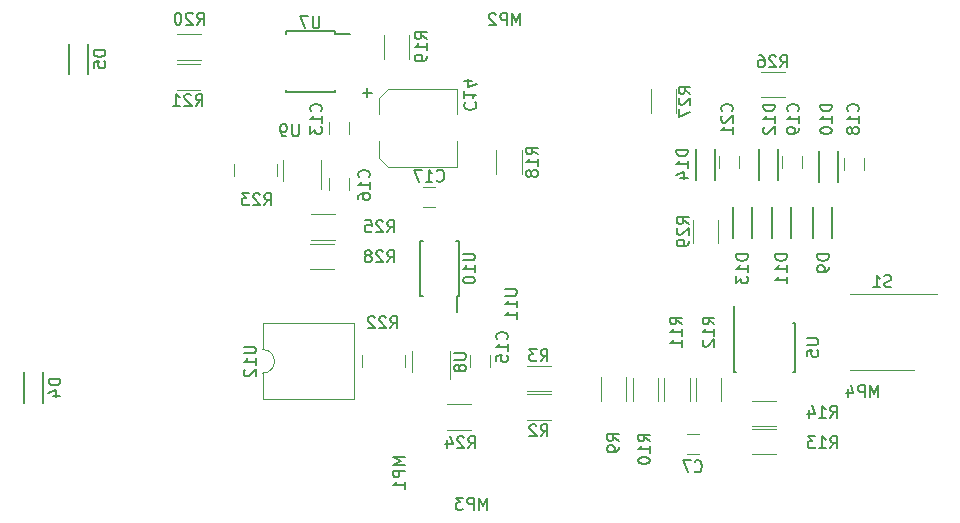
<source format=gbo>
G04 #@! TF.GenerationSoftware,KiCad,Pcbnew,(6.0.0-rc1-dev-159-g1e43773)*
G04 #@! TF.CreationDate,2018-07-25T22:10:03-05:00*
G04 #@! TF.ProjectId,bbb_alien_harness,6262625F616C69656E5F6861726E6573,rev?*
G04 #@! TF.SameCoordinates,Original*
G04 #@! TF.FileFunction,Legend,Bot*
G04 #@! TF.FilePolarity,Positive*
%FSLAX46Y46*%
G04 Gerber Fmt 4.6, Leading zero omitted, Abs format (unit mm)*
G04 Created by KiCad (PCBNEW (6.0.0-rc1-dev-159-g1e43773)) date Wed Jul 25 22:10:03 2018*
%MOMM*%
%LPD*%
G01*
G04 APERTURE LIST*
%ADD10C,0.120000*%
%ADD11C,0.150000*%
G04 APERTURE END LIST*
D10*
G04 #@! TO.C,R29*
X139120367Y-98790000D02*
X139120367Y-96790000D01*
X136980367Y-96790000D02*
X136980367Y-98790000D01*
G04 #@! TO.C,U9*
X102283323Y-93520443D02*
X102283323Y-91720443D01*
X105503323Y-91720443D02*
X105503323Y-94170443D01*
G04 #@! TO.C,R23*
X98156323Y-92120443D02*
X98156323Y-93120443D01*
X101756323Y-93120443D02*
X101756323Y-92120443D01*
G04 #@! TO.C,R27*
X135564367Y-87773000D02*
X135564367Y-85773000D01*
X133424367Y-85773000D02*
X133424367Y-87773000D01*
D11*
G04 #@! TO.C,D4*
X80354367Y-112298480D02*
X80354367Y-109697520D01*
X81954367Y-112298480D02*
X81954367Y-109697520D01*
G04 #@! TO.C,D5*
X85764367Y-84485480D02*
X85764367Y-81884520D01*
X84164367Y-84485480D02*
X84164367Y-81884520D01*
D10*
G04 #@! TO.C,R22*
X109020758Y-108274300D02*
X109020758Y-109274300D01*
X112620758Y-109274300D02*
X112620758Y-108274300D01*
D11*
G04 #@! TO.C,U5*
X140529167Y-105519400D02*
X140529167Y-104119400D01*
X145629167Y-105519400D02*
X145629167Y-109669400D01*
X140479167Y-105519400D02*
X140479167Y-109669400D01*
X145629167Y-105519400D02*
X145484167Y-105519400D01*
X145629167Y-109669400D02*
X145484167Y-109669400D01*
X140479167Y-109669400D02*
X140624167Y-109669400D01*
X140479167Y-105519400D02*
X140529167Y-105519400D01*
D10*
G04 #@! TO.C,R28*
X104614567Y-100968200D02*
X106614567Y-100968200D01*
X106614567Y-98828200D02*
X104614567Y-98828200D01*
G04 #@! TO.C,S1*
X155736367Y-109534000D02*
X150336367Y-109534000D01*
X157646367Y-103064000D02*
X150336367Y-103064000D01*
G04 #@! TO.C,C14*
X117017167Y-85701600D02*
X117017167Y-87881600D01*
X117017167Y-92301600D02*
X117017167Y-90121600D01*
X110417167Y-86461600D02*
X110417167Y-87881600D01*
X110417167Y-91541600D02*
X110417167Y-90121600D01*
X117017167Y-85701600D02*
X111177167Y-85701600D01*
X111177167Y-85701600D02*
X110417167Y-86461600D01*
X110417167Y-91541600D02*
X111177167Y-92301600D01*
X111177167Y-92301600D02*
X117017167Y-92301600D01*
G04 #@! TO.C,C7*
X136534367Y-114974000D02*
X137534367Y-114974000D01*
X137534367Y-116674000D02*
X136534367Y-116674000D01*
G04 #@! TO.C,C13*
X107912367Y-88527000D02*
X107912367Y-89527000D01*
X106212367Y-89527000D02*
X106212367Y-88527000D01*
G04 #@! TO.C,C21*
X140932367Y-91436658D02*
X140932367Y-92436658D01*
X139232367Y-92436658D02*
X139232367Y-91436658D01*
G04 #@! TO.C,C15*
X119799567Y-108288200D02*
X119799567Y-109288200D01*
X118099567Y-109288200D02*
X118099567Y-108288200D01*
G04 #@! TO.C,C16*
X107861567Y-93276800D02*
X107861567Y-94276800D01*
X106161567Y-94276800D02*
X106161567Y-93276800D01*
G04 #@! TO.C,C17*
X115182367Y-95719000D02*
X114182367Y-95719000D01*
X114182367Y-94019000D02*
X115182367Y-94019000D01*
G04 #@! TO.C,C18*
X151473367Y-91575000D02*
X151473367Y-92575000D01*
X149773367Y-92575000D02*
X149773367Y-91575000D01*
G04 #@! TO.C,C19*
X144566367Y-92428000D02*
X144566367Y-91428000D01*
X146266367Y-91428000D02*
X146266367Y-92428000D01*
G04 #@! TO.C,U12*
X100574800Y-112023200D02*
X100574800Y-109788200D01*
X108314800Y-112023200D02*
X100574800Y-112023200D01*
X108314800Y-105553200D02*
X108314800Y-112023200D01*
X100574800Y-105553200D02*
X108314800Y-105553200D01*
X100574800Y-107788200D02*
X100574800Y-105553200D01*
X100574800Y-109788200D02*
G75*
G03X100574800Y-107788200I0J1000000D01*
G01*
D11*
G04 #@! TO.C,U7*
X106697600Y-81064000D02*
X107997600Y-81064000D01*
X106697600Y-86014000D02*
X102547600Y-86014000D01*
X106697600Y-80864000D02*
X102547600Y-80864000D01*
X106697600Y-86014000D02*
X106697600Y-85814000D01*
X102547600Y-86014000D02*
X102547600Y-85814000D01*
X102547600Y-80864000D02*
X102547600Y-81064000D01*
X106697600Y-80864000D02*
X106697600Y-81064000D01*
G04 #@! TO.C,U10*
X117070967Y-103239200D02*
X117070967Y-104589200D01*
X113920967Y-103239200D02*
X113920967Y-98589200D01*
X117170967Y-103239200D02*
X117170967Y-98589200D01*
X113920967Y-103239200D02*
X114120967Y-103239200D01*
X113920967Y-98589200D02*
X114120967Y-98589200D01*
X117170967Y-98589200D02*
X116970967Y-98589200D01*
X117170967Y-103239200D02*
X117070967Y-103239200D01*
D10*
G04 #@! TO.C,R9*
X131373367Y-112125000D02*
X131373367Y-110125000D01*
X129233367Y-110125000D02*
X129233367Y-112125000D01*
G04 #@! TO.C,R3*
X124953367Y-109166000D02*
X122953367Y-109166000D01*
X122953367Y-111306000D02*
X124953367Y-111306000D01*
G04 #@! TO.C,R2*
X124953367Y-111579000D02*
X122953367Y-111579000D01*
X122953367Y-113719000D02*
X124953367Y-113719000D01*
G04 #@! TO.C,R11*
X136732767Y-112175800D02*
X136732767Y-110175800D01*
X134592767Y-110175800D02*
X134592767Y-112175800D01*
G04 #@! TO.C,R10*
X131900367Y-110175800D02*
X131900367Y-112175800D01*
X134040367Y-112175800D02*
X134040367Y-110175800D01*
G04 #@! TO.C,R25*
X106665367Y-96339000D02*
X104665367Y-96339000D01*
X104665367Y-98479000D02*
X106665367Y-98479000D01*
G04 #@! TO.C,R26*
X144765367Y-84274000D02*
X142765367Y-84274000D01*
X142765367Y-86414000D02*
X144765367Y-86414000D01*
G04 #@! TO.C,R24*
X118196967Y-112442600D02*
X116196967Y-112442600D01*
X116196967Y-114582600D02*
X118196967Y-114582600D01*
G04 #@! TO.C,R21*
X93303600Y-85779000D02*
X95303600Y-85779000D01*
X95303600Y-83639000D02*
X93303600Y-83639000D01*
G04 #@! TO.C,R20*
X95335600Y-81099000D02*
X93335600Y-81099000D01*
X93335600Y-83239000D02*
X95335600Y-83239000D01*
G04 #@! TO.C,R19*
X112958367Y-83169000D02*
X112958367Y-81169000D01*
X110818367Y-81169000D02*
X110818367Y-83169000D01*
G04 #@! TO.C,R18*
X120368767Y-90897200D02*
X120368767Y-92897200D01*
X122508767Y-92897200D02*
X122508767Y-90897200D01*
G04 #@! TO.C,R14*
X142054167Y-114252400D02*
X144054167Y-114252400D01*
X144054167Y-112112400D02*
X142054167Y-112112400D01*
G04 #@! TO.C,R13*
X144054167Y-114525400D02*
X142054167Y-114525400D01*
X142054167Y-116665400D02*
X144054167Y-116665400D01*
G04 #@! TO.C,R12*
X139425167Y-112175800D02*
X139425167Y-110175800D01*
X137285167Y-110175800D02*
X137285167Y-112175800D01*
G04 #@! TO.C,U8*
X116462826Y-107880637D02*
X116462826Y-110330637D01*
X113242826Y-109680637D02*
X113242826Y-107880637D01*
D11*
G04 #@! TO.C,D14*
X138850367Y-93455138D02*
X138850367Y-90854178D01*
X137250367Y-93455138D02*
X137250367Y-90854178D01*
G04 #@! TO.C,D13*
X140425367Y-98328480D02*
X140425367Y-95727520D01*
X142025367Y-98328480D02*
X142025367Y-95727520D01*
G04 #@! TO.C,D12*
X144184367Y-93446480D02*
X144184367Y-90845520D01*
X142584367Y-93446480D02*
X142584367Y-90845520D01*
G04 #@! TO.C,D11*
X143727367Y-98328480D02*
X143727367Y-95727520D01*
X145327367Y-98328480D02*
X145327367Y-95727520D01*
G04 #@! TO.C,D10*
X149264367Y-93593480D02*
X149264367Y-90992520D01*
X147664367Y-93593480D02*
X147664367Y-90992520D01*
G04 #@! TO.C,D9*
X147156367Y-98328480D02*
X147156367Y-95727520D01*
X148756367Y-98328480D02*
X148756367Y-95727520D01*
G04 #@! TO.C,R29*
X136652747Y-97147142D02*
X136176557Y-96813809D01*
X136652747Y-96575714D02*
X135652747Y-96575714D01*
X135652747Y-96956666D01*
X135700367Y-97051904D01*
X135747986Y-97099523D01*
X135843224Y-97147142D01*
X135986081Y-97147142D01*
X136081319Y-97099523D01*
X136128938Y-97051904D01*
X136176557Y-96956666D01*
X136176557Y-96575714D01*
X135747986Y-97528095D02*
X135700367Y-97575714D01*
X135652747Y-97670952D01*
X135652747Y-97909047D01*
X135700367Y-98004285D01*
X135747986Y-98051904D01*
X135843224Y-98099523D01*
X135938462Y-98099523D01*
X136081319Y-98051904D01*
X136652747Y-97480476D01*
X136652747Y-98099523D01*
X136652747Y-98575714D02*
X136652747Y-98766190D01*
X136605128Y-98861428D01*
X136557509Y-98909047D01*
X136414652Y-99004285D01*
X136224176Y-99051904D01*
X135843224Y-99051904D01*
X135747986Y-99004285D01*
X135700367Y-98956666D01*
X135652747Y-98861428D01*
X135652747Y-98670952D01*
X135700367Y-98575714D01*
X135747986Y-98528095D01*
X135843224Y-98480476D01*
X136081319Y-98480476D01*
X136176557Y-98528095D01*
X136224176Y-98575714D01*
X136271795Y-98670952D01*
X136271795Y-98861428D01*
X136224176Y-98956666D01*
X136176557Y-99004285D01*
X136081319Y-99051904D01*
G04 #@! TO.C,U9*
X103633271Y-88733380D02*
X103633271Y-89542904D01*
X103585652Y-89638142D01*
X103538033Y-89685761D01*
X103442795Y-89733380D01*
X103252319Y-89733380D01*
X103157081Y-89685761D01*
X103109462Y-89638142D01*
X103061843Y-89542904D01*
X103061843Y-88733380D01*
X102538033Y-89733380D02*
X102347557Y-89733380D01*
X102252319Y-89685761D01*
X102204700Y-89638142D01*
X102109462Y-89495285D01*
X102061843Y-89304809D01*
X102061843Y-88923857D01*
X102109462Y-88828619D01*
X102157081Y-88781000D01*
X102252319Y-88733380D01*
X102442795Y-88733380D01*
X102538033Y-88781000D01*
X102585652Y-88828619D01*
X102633271Y-88923857D01*
X102633271Y-89161952D01*
X102585652Y-89257190D01*
X102538033Y-89304809D01*
X102442795Y-89352428D01*
X102252319Y-89352428D01*
X102157081Y-89304809D01*
X102109462Y-89257190D01*
X102061843Y-89161952D01*
G04 #@! TO.C,R23*
X100720224Y-95575380D02*
X101053557Y-95099190D01*
X101291652Y-95575380D02*
X101291652Y-94575380D01*
X100910700Y-94575380D01*
X100815462Y-94623000D01*
X100767843Y-94670619D01*
X100720224Y-94765857D01*
X100720224Y-94908714D01*
X100767843Y-95003952D01*
X100815462Y-95051571D01*
X100910700Y-95099190D01*
X101291652Y-95099190D01*
X100339271Y-94670619D02*
X100291652Y-94623000D01*
X100196414Y-94575380D01*
X99958319Y-94575380D01*
X99863081Y-94623000D01*
X99815462Y-94670619D01*
X99767843Y-94765857D01*
X99767843Y-94861095D01*
X99815462Y-95003952D01*
X100386890Y-95575380D01*
X99767843Y-95575380D01*
X99434509Y-94575380D02*
X98815462Y-94575380D01*
X99148795Y-94956333D01*
X99005938Y-94956333D01*
X98910700Y-95003952D01*
X98863081Y-95051571D01*
X98815462Y-95146809D01*
X98815462Y-95384904D01*
X98863081Y-95480142D01*
X98910700Y-95527761D01*
X99005938Y-95575380D01*
X99291652Y-95575380D01*
X99386890Y-95527761D01*
X99434509Y-95480142D01*
G04 #@! TO.C,MP2*
X122392690Y-80335380D02*
X122392690Y-79335380D01*
X122059357Y-80049666D01*
X121726024Y-79335380D01*
X121726024Y-80335380D01*
X121249833Y-80335380D02*
X121249833Y-79335380D01*
X120868881Y-79335380D01*
X120773643Y-79383000D01*
X120726024Y-79430619D01*
X120678405Y-79525857D01*
X120678405Y-79668714D01*
X120726024Y-79763952D01*
X120773643Y-79811571D01*
X120868881Y-79859190D01*
X121249833Y-79859190D01*
X120297452Y-79430619D02*
X120249833Y-79383000D01*
X120154595Y-79335380D01*
X119916500Y-79335380D01*
X119821262Y-79383000D01*
X119773643Y-79430619D01*
X119726024Y-79525857D01*
X119726024Y-79621095D01*
X119773643Y-79763952D01*
X120345071Y-80335380D01*
X119726024Y-80335380D01*
G04 #@! TO.C,MP3*
X119598690Y-121349780D02*
X119598690Y-120349780D01*
X119265357Y-121064066D01*
X118932024Y-120349780D01*
X118932024Y-121349780D01*
X118455833Y-121349780D02*
X118455833Y-120349780D01*
X118074881Y-120349780D01*
X117979643Y-120397400D01*
X117932024Y-120445019D01*
X117884405Y-120540257D01*
X117884405Y-120683114D01*
X117932024Y-120778352D01*
X117979643Y-120825971D01*
X118074881Y-120873590D01*
X118455833Y-120873590D01*
X117551071Y-120349780D02*
X116932024Y-120349780D01*
X117265357Y-120730733D01*
X117122500Y-120730733D01*
X117027262Y-120778352D01*
X116979643Y-120825971D01*
X116932024Y-120921209D01*
X116932024Y-121159304D01*
X116979643Y-121254542D01*
X117027262Y-121302161D01*
X117122500Y-121349780D01*
X117408214Y-121349780D01*
X117503452Y-121302161D01*
X117551071Y-121254542D01*
G04 #@! TO.C,R27*
X136796747Y-86130142D02*
X136320557Y-85796809D01*
X136796747Y-85558714D02*
X135796747Y-85558714D01*
X135796747Y-85939666D01*
X135844367Y-86034904D01*
X135891986Y-86082523D01*
X135987224Y-86130142D01*
X136130081Y-86130142D01*
X136225319Y-86082523D01*
X136272938Y-86034904D01*
X136320557Y-85939666D01*
X136320557Y-85558714D01*
X135891986Y-86511095D02*
X135844367Y-86558714D01*
X135796747Y-86653952D01*
X135796747Y-86892047D01*
X135844367Y-86987285D01*
X135891986Y-87034904D01*
X135987224Y-87082523D01*
X136082462Y-87082523D01*
X136225319Y-87034904D01*
X136796747Y-86463476D01*
X136796747Y-87082523D01*
X135796747Y-87415857D02*
X135796747Y-88082523D01*
X136796747Y-87653952D01*
G04 #@! TO.C,D4*
X83456747Y-110259904D02*
X82456747Y-110259904D01*
X82456747Y-110498000D01*
X82504367Y-110640857D01*
X82599605Y-110736095D01*
X82694843Y-110783714D01*
X82885319Y-110831333D01*
X83028176Y-110831333D01*
X83218652Y-110783714D01*
X83313890Y-110736095D01*
X83409128Y-110640857D01*
X83456747Y-110498000D01*
X83456747Y-110259904D01*
X82790081Y-111688476D02*
X83456747Y-111688476D01*
X82409128Y-111450380D02*
X83123414Y-111212285D01*
X83123414Y-111831333D01*
G04 #@! TO.C,D5*
X87266747Y-82446904D02*
X86266747Y-82446904D01*
X86266747Y-82685000D01*
X86314367Y-82827857D01*
X86409605Y-82923095D01*
X86504843Y-82970714D01*
X86695319Y-83018333D01*
X86838176Y-83018333D01*
X87028652Y-82970714D01*
X87123890Y-82923095D01*
X87219128Y-82827857D01*
X87266747Y-82685000D01*
X87266747Y-82446904D01*
X86266747Y-83923095D02*
X86266747Y-83446904D01*
X86742938Y-83399285D01*
X86695319Y-83446904D01*
X86647700Y-83542142D01*
X86647700Y-83780238D01*
X86695319Y-83875476D01*
X86742938Y-83923095D01*
X86838176Y-83970714D01*
X87076271Y-83970714D01*
X87171509Y-83923095D01*
X87219128Y-83875476D01*
X87266747Y-83780238D01*
X87266747Y-83542142D01*
X87219128Y-83446904D01*
X87171509Y-83399285D01*
G04 #@! TO.C,MP4*
X152694890Y-111831380D02*
X152694890Y-110831380D01*
X152361557Y-111545666D01*
X152028224Y-110831380D01*
X152028224Y-111831380D01*
X151552033Y-111831380D02*
X151552033Y-110831380D01*
X151171081Y-110831380D01*
X151075843Y-110879000D01*
X151028224Y-110926619D01*
X150980605Y-111021857D01*
X150980605Y-111164714D01*
X151028224Y-111259952D01*
X151075843Y-111307571D01*
X151171081Y-111355190D01*
X151552033Y-111355190D01*
X150123462Y-111164714D02*
X150123462Y-111831380D01*
X150361557Y-110783761D02*
X150599652Y-111498047D01*
X149980605Y-111498047D01*
G04 #@! TO.C,R22*
X111388224Y-105989380D02*
X111721557Y-105513190D01*
X111959652Y-105989380D02*
X111959652Y-104989380D01*
X111578700Y-104989380D01*
X111483462Y-105037000D01*
X111435843Y-105084619D01*
X111388224Y-105179857D01*
X111388224Y-105322714D01*
X111435843Y-105417952D01*
X111483462Y-105465571D01*
X111578700Y-105513190D01*
X111959652Y-105513190D01*
X111007271Y-105084619D02*
X110959652Y-105037000D01*
X110864414Y-104989380D01*
X110626319Y-104989380D01*
X110531081Y-105037000D01*
X110483462Y-105084619D01*
X110435843Y-105179857D01*
X110435843Y-105275095D01*
X110483462Y-105417952D01*
X111054890Y-105989380D01*
X110435843Y-105989380D01*
X110054890Y-105084619D02*
X110007271Y-105037000D01*
X109912033Y-104989380D01*
X109673938Y-104989380D01*
X109578700Y-105037000D01*
X109531081Y-105084619D01*
X109483462Y-105179857D01*
X109483462Y-105275095D01*
X109531081Y-105417952D01*
X110102509Y-105989380D01*
X109483462Y-105989380D01*
G04 #@! TO.C,U5*
X146642480Y-106832495D02*
X147452004Y-106832495D01*
X147547242Y-106880114D01*
X147594861Y-106927733D01*
X147642480Y-107022971D01*
X147642480Y-107213447D01*
X147594861Y-107308685D01*
X147547242Y-107356304D01*
X147452004Y-107403923D01*
X146642480Y-107403923D01*
X146642480Y-108356304D02*
X146642480Y-107880114D01*
X147118671Y-107832495D01*
X147071052Y-107880114D01*
X147023433Y-107975352D01*
X147023433Y-108213447D01*
X147071052Y-108308685D01*
X147118671Y-108356304D01*
X147213909Y-108403923D01*
X147452004Y-108403923D01*
X147547242Y-108356304D01*
X147594861Y-108308685D01*
X147642480Y-108213447D01*
X147642480Y-107975352D01*
X147594861Y-107880114D01*
X147547242Y-107832495D01*
G04 #@! TO.C,R28*
X111134224Y-100401380D02*
X111467557Y-99925190D01*
X111705652Y-100401380D02*
X111705652Y-99401380D01*
X111324700Y-99401380D01*
X111229462Y-99449000D01*
X111181843Y-99496619D01*
X111134224Y-99591857D01*
X111134224Y-99734714D01*
X111181843Y-99829952D01*
X111229462Y-99877571D01*
X111324700Y-99925190D01*
X111705652Y-99925190D01*
X110753271Y-99496619D02*
X110705652Y-99449000D01*
X110610414Y-99401380D01*
X110372319Y-99401380D01*
X110277081Y-99449000D01*
X110229462Y-99496619D01*
X110181843Y-99591857D01*
X110181843Y-99687095D01*
X110229462Y-99829952D01*
X110800890Y-100401380D01*
X110181843Y-100401380D01*
X109610414Y-99829952D02*
X109705652Y-99782333D01*
X109753271Y-99734714D01*
X109800890Y-99639476D01*
X109800890Y-99591857D01*
X109753271Y-99496619D01*
X109705652Y-99449000D01*
X109610414Y-99401380D01*
X109419938Y-99401380D01*
X109324700Y-99449000D01*
X109277081Y-99496619D01*
X109229462Y-99591857D01*
X109229462Y-99639476D01*
X109277081Y-99734714D01*
X109324700Y-99782333D01*
X109419938Y-99829952D01*
X109610414Y-99829952D01*
X109705652Y-99877571D01*
X109753271Y-99925190D01*
X109800890Y-100020428D01*
X109800890Y-100210904D01*
X109753271Y-100306142D01*
X109705652Y-100353761D01*
X109610414Y-100401380D01*
X109419938Y-100401380D01*
X109324700Y-100353761D01*
X109277081Y-100306142D01*
X109229462Y-100210904D01*
X109229462Y-100020428D01*
X109277081Y-99925190D01*
X109324700Y-99877571D01*
X109419938Y-99829952D01*
G04 #@! TO.C,S1*
X153798271Y-102468761D02*
X153655414Y-102516380D01*
X153417319Y-102516380D01*
X153322081Y-102468761D01*
X153274462Y-102421142D01*
X153226843Y-102325904D01*
X153226843Y-102230666D01*
X153274462Y-102135428D01*
X153322081Y-102087809D01*
X153417319Y-102040190D01*
X153607795Y-101992571D01*
X153703033Y-101944952D01*
X153750652Y-101897333D01*
X153798271Y-101802095D01*
X153798271Y-101706857D01*
X153750652Y-101611619D01*
X153703033Y-101564000D01*
X153607795Y-101516380D01*
X153369700Y-101516380D01*
X153226843Y-101564000D01*
X152274462Y-102516380D02*
X152845890Y-102516380D01*
X152560176Y-102516380D02*
X152560176Y-101516380D01*
X152655414Y-101659238D01*
X152750652Y-101754476D01*
X152845890Y-101802095D01*
G04 #@! TO.C,MP1*
X112613547Y-116902076D02*
X111613547Y-116902076D01*
X112327833Y-117235409D01*
X111613547Y-117568742D01*
X112613547Y-117568742D01*
X112613547Y-118044933D02*
X111613547Y-118044933D01*
X111613547Y-118425885D01*
X111661167Y-118521123D01*
X111708786Y-118568742D01*
X111804024Y-118616361D01*
X111946881Y-118616361D01*
X112042119Y-118568742D01*
X112089738Y-118521123D01*
X112137357Y-118425885D01*
X112137357Y-118044933D01*
X112613547Y-119568742D02*
X112613547Y-118997314D01*
X112613547Y-119283028D02*
X111613547Y-119283028D01*
X111756405Y-119187790D01*
X111851643Y-119092552D01*
X111899262Y-118997314D01*
G04 #@! TO.C,C14*
X117754224Y-86875857D02*
X117706605Y-86923476D01*
X117658986Y-87066333D01*
X117658986Y-87161571D01*
X117706605Y-87304428D01*
X117801843Y-87399666D01*
X117897081Y-87447285D01*
X118087557Y-87494904D01*
X118230414Y-87494904D01*
X118420890Y-87447285D01*
X118516128Y-87399666D01*
X118611367Y-87304428D01*
X118658986Y-87161571D01*
X118658986Y-87066333D01*
X118611367Y-86923476D01*
X118563747Y-86875857D01*
X117658986Y-85923476D02*
X117658986Y-86494904D01*
X117658986Y-86209190D02*
X118658986Y-86209190D01*
X118516128Y-86304428D01*
X118420890Y-86399666D01*
X118373271Y-86494904D01*
X118325652Y-85066333D02*
X117658986Y-85066333D01*
X118706605Y-85304428D02*
X117992319Y-85542523D01*
X117992319Y-84923476D01*
X109818119Y-86063028D02*
X109056214Y-86063028D01*
X109437167Y-86443980D02*
X109437167Y-85682076D01*
G04 #@! TO.C,C7*
X137151139Y-118090409D02*
X137198758Y-118138028D01*
X137341615Y-118185647D01*
X137436853Y-118185647D01*
X137579711Y-118138028D01*
X137674949Y-118042790D01*
X137722568Y-117947552D01*
X137770187Y-117757076D01*
X137770187Y-117614219D01*
X137722568Y-117423743D01*
X137674949Y-117328505D01*
X137579711Y-117233267D01*
X137436853Y-117185647D01*
X137341615Y-117185647D01*
X137198758Y-117233267D01*
X137151139Y-117280886D01*
X136817806Y-117185647D02*
X136151139Y-117185647D01*
X136579711Y-118185647D01*
G04 #@! TO.C,C13*
X105514509Y-87622142D02*
X105562128Y-87574523D01*
X105609747Y-87431666D01*
X105609747Y-87336428D01*
X105562128Y-87193571D01*
X105466890Y-87098333D01*
X105371652Y-87050714D01*
X105181176Y-87003095D01*
X105038319Y-87003095D01*
X104847843Y-87050714D01*
X104752605Y-87098333D01*
X104657367Y-87193571D01*
X104609747Y-87336428D01*
X104609747Y-87431666D01*
X104657367Y-87574523D01*
X104704986Y-87622142D01*
X105609747Y-88574523D02*
X105609747Y-88003095D01*
X105609747Y-88288809D02*
X104609747Y-88288809D01*
X104752605Y-88193571D01*
X104847843Y-88098333D01*
X104895462Y-88003095D01*
X104609747Y-88907857D02*
X104609747Y-89526904D01*
X104990700Y-89193571D01*
X104990700Y-89336428D01*
X105038319Y-89431666D01*
X105085938Y-89479285D01*
X105181176Y-89526904D01*
X105419271Y-89526904D01*
X105514509Y-89479285D01*
X105562128Y-89431666D01*
X105609747Y-89336428D01*
X105609747Y-89050714D01*
X105562128Y-88955476D01*
X105514509Y-88907857D01*
G04 #@! TO.C,C21*
X140312509Y-87622142D02*
X140360128Y-87574523D01*
X140407747Y-87431666D01*
X140407747Y-87336428D01*
X140360128Y-87193571D01*
X140264890Y-87098333D01*
X140169652Y-87050714D01*
X139979176Y-87003095D01*
X139836319Y-87003095D01*
X139645843Y-87050714D01*
X139550605Y-87098333D01*
X139455367Y-87193571D01*
X139407747Y-87336428D01*
X139407747Y-87431666D01*
X139455367Y-87574523D01*
X139502986Y-87622142D01*
X139502986Y-88003095D02*
X139455367Y-88050714D01*
X139407747Y-88145952D01*
X139407747Y-88384047D01*
X139455367Y-88479285D01*
X139502986Y-88526904D01*
X139598224Y-88574523D01*
X139693462Y-88574523D01*
X139836319Y-88526904D01*
X140407747Y-87955476D01*
X140407747Y-88574523D01*
X140407747Y-89526904D02*
X140407747Y-88955476D01*
X140407747Y-89241190D02*
X139407747Y-89241190D01*
X139550605Y-89145952D01*
X139645843Y-89050714D01*
X139693462Y-88955476D01*
G04 #@! TO.C,C15*
X121262509Y-106926142D02*
X121310128Y-106878523D01*
X121357747Y-106735666D01*
X121357747Y-106640428D01*
X121310128Y-106497571D01*
X121214890Y-106402333D01*
X121119652Y-106354714D01*
X120929176Y-106307095D01*
X120786319Y-106307095D01*
X120595843Y-106354714D01*
X120500605Y-106402333D01*
X120405367Y-106497571D01*
X120357747Y-106640428D01*
X120357747Y-106735666D01*
X120405367Y-106878523D01*
X120452986Y-106926142D01*
X121357747Y-107878523D02*
X121357747Y-107307095D01*
X121357747Y-107592809D02*
X120357747Y-107592809D01*
X120500605Y-107497571D01*
X120595843Y-107402333D01*
X120643462Y-107307095D01*
X120357747Y-108783285D02*
X120357747Y-108307095D01*
X120833938Y-108259476D01*
X120786319Y-108307095D01*
X120738700Y-108402333D01*
X120738700Y-108640428D01*
X120786319Y-108735666D01*
X120833938Y-108783285D01*
X120929176Y-108830904D01*
X121167271Y-108830904D01*
X121262509Y-108783285D01*
X121310128Y-108735666D01*
X121357747Y-108640428D01*
X121357747Y-108402333D01*
X121310128Y-108307095D01*
X121262509Y-108259476D01*
G04 #@! TO.C,C16*
X109578509Y-93210142D02*
X109626128Y-93162523D01*
X109673747Y-93019666D01*
X109673747Y-92924428D01*
X109626128Y-92781571D01*
X109530890Y-92686333D01*
X109435652Y-92638714D01*
X109245176Y-92591095D01*
X109102319Y-92591095D01*
X108911843Y-92638714D01*
X108816605Y-92686333D01*
X108721367Y-92781571D01*
X108673747Y-92924428D01*
X108673747Y-93019666D01*
X108721367Y-93162523D01*
X108768986Y-93210142D01*
X109673747Y-94162523D02*
X109673747Y-93591095D01*
X109673747Y-93876809D02*
X108673747Y-93876809D01*
X108816605Y-93781571D01*
X108911843Y-93686333D01*
X108959462Y-93591095D01*
X108673747Y-95019666D02*
X108673747Y-94829190D01*
X108721367Y-94733952D01*
X108768986Y-94686333D01*
X108911843Y-94591095D01*
X109102319Y-94543476D01*
X109483271Y-94543476D01*
X109578509Y-94591095D01*
X109626128Y-94638714D01*
X109673747Y-94733952D01*
X109673747Y-94924428D01*
X109626128Y-95019666D01*
X109578509Y-95067285D01*
X109483271Y-95114904D01*
X109245176Y-95114904D01*
X109149938Y-95067285D01*
X109102319Y-95019666D01*
X109054700Y-94924428D01*
X109054700Y-94733952D01*
X109102319Y-94638714D01*
X109149938Y-94591095D01*
X109245176Y-94543476D01*
G04 #@! TO.C,C17*
X115325224Y-93476142D02*
X115372843Y-93523761D01*
X115515700Y-93571380D01*
X115610938Y-93571380D01*
X115753795Y-93523761D01*
X115849033Y-93428523D01*
X115896652Y-93333285D01*
X115944271Y-93142809D01*
X115944271Y-92999952D01*
X115896652Y-92809476D01*
X115849033Y-92714238D01*
X115753795Y-92619000D01*
X115610938Y-92571380D01*
X115515700Y-92571380D01*
X115372843Y-92619000D01*
X115325224Y-92666619D01*
X114372843Y-93571380D02*
X114944271Y-93571380D01*
X114658557Y-93571380D02*
X114658557Y-92571380D01*
X114753795Y-92714238D01*
X114849033Y-92809476D01*
X114944271Y-92857095D01*
X114039509Y-92571380D02*
X113372843Y-92571380D01*
X113801414Y-93571380D01*
G04 #@! TO.C,C18*
X150980509Y-87622142D02*
X151028128Y-87574523D01*
X151075747Y-87431666D01*
X151075747Y-87336428D01*
X151028128Y-87193571D01*
X150932890Y-87098333D01*
X150837652Y-87050714D01*
X150647176Y-87003095D01*
X150504319Y-87003095D01*
X150313843Y-87050714D01*
X150218605Y-87098333D01*
X150123367Y-87193571D01*
X150075747Y-87336428D01*
X150075747Y-87431666D01*
X150123367Y-87574523D01*
X150170986Y-87622142D01*
X151075747Y-88574523D02*
X151075747Y-88003095D01*
X151075747Y-88288809D02*
X150075747Y-88288809D01*
X150218605Y-88193571D01*
X150313843Y-88098333D01*
X150361462Y-88003095D01*
X150504319Y-89145952D02*
X150456700Y-89050714D01*
X150409081Y-89003095D01*
X150313843Y-88955476D01*
X150266224Y-88955476D01*
X150170986Y-89003095D01*
X150123367Y-89050714D01*
X150075747Y-89145952D01*
X150075747Y-89336428D01*
X150123367Y-89431666D01*
X150170986Y-89479285D01*
X150266224Y-89526904D01*
X150313843Y-89526904D01*
X150409081Y-89479285D01*
X150456700Y-89431666D01*
X150504319Y-89336428D01*
X150504319Y-89145952D01*
X150551938Y-89050714D01*
X150599557Y-89003095D01*
X150694795Y-88955476D01*
X150885271Y-88955476D01*
X150980509Y-89003095D01*
X151028128Y-89050714D01*
X151075747Y-89145952D01*
X151075747Y-89336428D01*
X151028128Y-89431666D01*
X150980509Y-89479285D01*
X150885271Y-89526904D01*
X150694795Y-89526904D01*
X150599557Y-89479285D01*
X150551938Y-89431666D01*
X150504319Y-89336428D01*
G04 #@! TO.C,C19*
X145900509Y-87622142D02*
X145948128Y-87574523D01*
X145995747Y-87431666D01*
X145995747Y-87336428D01*
X145948128Y-87193571D01*
X145852890Y-87098333D01*
X145757652Y-87050714D01*
X145567176Y-87003095D01*
X145424319Y-87003095D01*
X145233843Y-87050714D01*
X145138605Y-87098333D01*
X145043367Y-87193571D01*
X144995747Y-87336428D01*
X144995747Y-87431666D01*
X145043367Y-87574523D01*
X145090986Y-87622142D01*
X145995747Y-88574523D02*
X145995747Y-88003095D01*
X145995747Y-88288809D02*
X144995747Y-88288809D01*
X145138605Y-88193571D01*
X145233843Y-88098333D01*
X145281462Y-88003095D01*
X145995747Y-89050714D02*
X145995747Y-89241190D01*
X145948128Y-89336428D01*
X145900509Y-89384047D01*
X145757652Y-89479285D01*
X145567176Y-89526904D01*
X145186224Y-89526904D01*
X145090986Y-89479285D01*
X145043367Y-89431666D01*
X144995747Y-89336428D01*
X144995747Y-89145952D01*
X145043367Y-89050714D01*
X145090986Y-89003095D01*
X145186224Y-88955476D01*
X145424319Y-88955476D01*
X145519557Y-89003095D01*
X145567176Y-89050714D01*
X145614795Y-89145952D01*
X145614795Y-89336428D01*
X145567176Y-89431666D01*
X145519557Y-89479285D01*
X145424319Y-89526904D01*
G04 #@! TO.C,U12*
X98994980Y-107550104D02*
X99804504Y-107550104D01*
X99899742Y-107597723D01*
X99947361Y-107645342D01*
X99994980Y-107740580D01*
X99994980Y-107931057D01*
X99947361Y-108026295D01*
X99899742Y-108073914D01*
X99804504Y-108121533D01*
X98994980Y-108121533D01*
X99994980Y-109121533D02*
X99994980Y-108550104D01*
X99994980Y-108835819D02*
X98994980Y-108835819D01*
X99137838Y-108740580D01*
X99233076Y-108645342D01*
X99280695Y-108550104D01*
X99090219Y-109502485D02*
X99042600Y-109550104D01*
X98994980Y-109645342D01*
X98994980Y-109883438D01*
X99042600Y-109978676D01*
X99090219Y-110026295D01*
X99185457Y-110073914D01*
X99280695Y-110073914D01*
X99423552Y-110026295D01*
X99994980Y-109454866D01*
X99994980Y-110073914D01*
G04 #@! TO.C,U7*
X105384504Y-79591380D02*
X105384504Y-80400904D01*
X105336885Y-80496142D01*
X105289266Y-80543761D01*
X105194028Y-80591380D01*
X105003552Y-80591380D01*
X104908314Y-80543761D01*
X104860695Y-80496142D01*
X104813076Y-80400904D01*
X104813076Y-79591380D01*
X104432123Y-79591380D02*
X103765457Y-79591380D01*
X104194028Y-80591380D01*
G04 #@! TO.C,U10*
X117548347Y-99676104D02*
X118357871Y-99676104D01*
X118453109Y-99723723D01*
X118500728Y-99771342D01*
X118548347Y-99866580D01*
X118548347Y-100057057D01*
X118500728Y-100152295D01*
X118453109Y-100199914D01*
X118357871Y-100247533D01*
X117548347Y-100247533D01*
X118548347Y-101247533D02*
X118548347Y-100676104D01*
X118548347Y-100961819D02*
X117548347Y-100961819D01*
X117691205Y-100866580D01*
X117786443Y-100771342D01*
X117834062Y-100676104D01*
X117548347Y-101866580D02*
X117548347Y-101961819D01*
X117595967Y-102057057D01*
X117643586Y-102104676D01*
X117738824Y-102152295D01*
X117929300Y-102199914D01*
X118167395Y-102199914D01*
X118357871Y-102152295D01*
X118453109Y-102104676D01*
X118500728Y-102057057D01*
X118548347Y-101961819D01*
X118548347Y-101866580D01*
X118500728Y-101771342D01*
X118453109Y-101723723D01*
X118357871Y-101676104D01*
X118167395Y-101628485D01*
X117929300Y-101628485D01*
X117738824Y-101676104D01*
X117643586Y-101723723D01*
X117595967Y-101771342D01*
X117548347Y-101866580D01*
G04 #@! TO.C,R9*
X130755747Y-115530333D02*
X130279557Y-115197000D01*
X130755747Y-114958904D02*
X129755747Y-114958904D01*
X129755747Y-115339857D01*
X129803367Y-115435095D01*
X129850986Y-115482714D01*
X129946224Y-115530333D01*
X130089081Y-115530333D01*
X130184319Y-115482714D01*
X130231938Y-115435095D01*
X130279557Y-115339857D01*
X130279557Y-114958904D01*
X130755747Y-116006523D02*
X130755747Y-116197000D01*
X130708128Y-116292238D01*
X130660509Y-116339857D01*
X130517652Y-116435095D01*
X130327176Y-116482714D01*
X129946224Y-116482714D01*
X129850986Y-116435095D01*
X129803367Y-116387476D01*
X129755747Y-116292238D01*
X129755747Y-116101761D01*
X129803367Y-116006523D01*
X129850986Y-115958904D01*
X129946224Y-115911285D01*
X130184319Y-115911285D01*
X130279557Y-115958904D01*
X130327176Y-116006523D01*
X130374795Y-116101761D01*
X130374795Y-116292238D01*
X130327176Y-116387476D01*
X130279557Y-116435095D01*
X130184319Y-116482714D01*
G04 #@! TO.C,R3*
X124120033Y-108783380D02*
X124453367Y-108307190D01*
X124691462Y-108783380D02*
X124691462Y-107783380D01*
X124310509Y-107783380D01*
X124215271Y-107831000D01*
X124167652Y-107878619D01*
X124120033Y-107973857D01*
X124120033Y-108116714D01*
X124167652Y-108211952D01*
X124215271Y-108259571D01*
X124310509Y-108307190D01*
X124691462Y-108307190D01*
X123786700Y-107783380D02*
X123167652Y-107783380D01*
X123500986Y-108164333D01*
X123358128Y-108164333D01*
X123262890Y-108211952D01*
X123215271Y-108259571D01*
X123167652Y-108354809D01*
X123167652Y-108592904D01*
X123215271Y-108688142D01*
X123262890Y-108735761D01*
X123358128Y-108783380D01*
X123643843Y-108783380D01*
X123739081Y-108735761D01*
X123786700Y-108688142D01*
G04 #@! TO.C,R2*
X124120033Y-115133380D02*
X124453367Y-114657190D01*
X124691462Y-115133380D02*
X124691462Y-114133380D01*
X124310509Y-114133380D01*
X124215271Y-114181000D01*
X124167652Y-114228619D01*
X124120033Y-114323857D01*
X124120033Y-114466714D01*
X124167652Y-114561952D01*
X124215271Y-114609571D01*
X124310509Y-114657190D01*
X124691462Y-114657190D01*
X123739081Y-114228619D02*
X123691462Y-114181000D01*
X123596224Y-114133380D01*
X123358128Y-114133380D01*
X123262890Y-114181000D01*
X123215271Y-114228619D01*
X123167652Y-114323857D01*
X123167652Y-114419095D01*
X123215271Y-114561952D01*
X123786700Y-115133380D01*
X123167652Y-115133380D01*
G04 #@! TO.C,R11*
X136089747Y-105656142D02*
X135613557Y-105322809D01*
X136089747Y-105084714D02*
X135089747Y-105084714D01*
X135089747Y-105465666D01*
X135137367Y-105560904D01*
X135184986Y-105608523D01*
X135280224Y-105656142D01*
X135423081Y-105656142D01*
X135518319Y-105608523D01*
X135565938Y-105560904D01*
X135613557Y-105465666D01*
X135613557Y-105084714D01*
X136089747Y-106608523D02*
X136089747Y-106037095D01*
X136089747Y-106322809D02*
X135089747Y-106322809D01*
X135232605Y-106227571D01*
X135327843Y-106132333D01*
X135375462Y-106037095D01*
X136089747Y-107560904D02*
X136089747Y-106989476D01*
X136089747Y-107275190D02*
X135089747Y-107275190D01*
X135232605Y-107179952D01*
X135327843Y-107084714D01*
X135375462Y-106989476D01*
G04 #@! TO.C,R10*
X133371947Y-115562142D02*
X132895757Y-115228809D01*
X133371947Y-114990714D02*
X132371947Y-114990714D01*
X132371947Y-115371666D01*
X132419567Y-115466904D01*
X132467186Y-115514523D01*
X132562424Y-115562142D01*
X132705281Y-115562142D01*
X132800519Y-115514523D01*
X132848138Y-115466904D01*
X132895757Y-115371666D01*
X132895757Y-114990714D01*
X133371947Y-116514523D02*
X133371947Y-115943095D01*
X133371947Y-116228809D02*
X132371947Y-116228809D01*
X132514805Y-116133571D01*
X132610043Y-116038333D01*
X132657662Y-115943095D01*
X132371947Y-117133571D02*
X132371947Y-117228809D01*
X132419567Y-117324047D01*
X132467186Y-117371666D01*
X132562424Y-117419285D01*
X132752900Y-117466904D01*
X132990995Y-117466904D01*
X133181471Y-117419285D01*
X133276709Y-117371666D01*
X133324328Y-117324047D01*
X133371947Y-117228809D01*
X133371947Y-117133571D01*
X133324328Y-117038333D01*
X133276709Y-116990714D01*
X133181471Y-116943095D01*
X132990995Y-116895476D01*
X132752900Y-116895476D01*
X132562424Y-116943095D01*
X132467186Y-116990714D01*
X132419567Y-117038333D01*
X132371947Y-117133571D01*
G04 #@! TO.C,R25*
X111134224Y-97861380D02*
X111467557Y-97385190D01*
X111705652Y-97861380D02*
X111705652Y-96861380D01*
X111324700Y-96861380D01*
X111229462Y-96909000D01*
X111181843Y-96956619D01*
X111134224Y-97051857D01*
X111134224Y-97194714D01*
X111181843Y-97289952D01*
X111229462Y-97337571D01*
X111324700Y-97385190D01*
X111705652Y-97385190D01*
X110753271Y-96956619D02*
X110705652Y-96909000D01*
X110610414Y-96861380D01*
X110372319Y-96861380D01*
X110277081Y-96909000D01*
X110229462Y-96956619D01*
X110181843Y-97051857D01*
X110181843Y-97147095D01*
X110229462Y-97289952D01*
X110800890Y-97861380D01*
X110181843Y-97861380D01*
X109277081Y-96861380D02*
X109753271Y-96861380D01*
X109800890Y-97337571D01*
X109753271Y-97289952D01*
X109658033Y-97242333D01*
X109419938Y-97242333D01*
X109324700Y-97289952D01*
X109277081Y-97337571D01*
X109229462Y-97432809D01*
X109229462Y-97670904D01*
X109277081Y-97766142D01*
X109324700Y-97813761D01*
X109419938Y-97861380D01*
X109658033Y-97861380D01*
X109753271Y-97813761D01*
X109800890Y-97766142D01*
G04 #@! TO.C,R26*
X144408224Y-83891380D02*
X144741557Y-83415190D01*
X144979652Y-83891380D02*
X144979652Y-82891380D01*
X144598700Y-82891380D01*
X144503462Y-82939000D01*
X144455843Y-82986619D01*
X144408224Y-83081857D01*
X144408224Y-83224714D01*
X144455843Y-83319952D01*
X144503462Y-83367571D01*
X144598700Y-83415190D01*
X144979652Y-83415190D01*
X144027271Y-82986619D02*
X143979652Y-82939000D01*
X143884414Y-82891380D01*
X143646319Y-82891380D01*
X143551081Y-82939000D01*
X143503462Y-82986619D01*
X143455843Y-83081857D01*
X143455843Y-83177095D01*
X143503462Y-83319952D01*
X144074890Y-83891380D01*
X143455843Y-83891380D01*
X142598700Y-82891380D02*
X142789176Y-82891380D01*
X142884414Y-82939000D01*
X142932033Y-82986619D01*
X143027271Y-83129476D01*
X143074890Y-83319952D01*
X143074890Y-83700904D01*
X143027271Y-83796142D01*
X142979652Y-83843761D01*
X142884414Y-83891380D01*
X142693938Y-83891380D01*
X142598700Y-83843761D01*
X142551081Y-83796142D01*
X142503462Y-83700904D01*
X142503462Y-83462809D01*
X142551081Y-83367571D01*
X142598700Y-83319952D01*
X142693938Y-83272333D01*
X142884414Y-83272333D01*
X142979652Y-83319952D01*
X143027271Y-83367571D01*
X143074890Y-83462809D01*
G04 #@! TO.C,R24*
X117992224Y-116149380D02*
X118325557Y-115673190D01*
X118563652Y-116149380D02*
X118563652Y-115149380D01*
X118182700Y-115149380D01*
X118087462Y-115197000D01*
X118039843Y-115244619D01*
X117992224Y-115339857D01*
X117992224Y-115482714D01*
X118039843Y-115577952D01*
X118087462Y-115625571D01*
X118182700Y-115673190D01*
X118563652Y-115673190D01*
X117611271Y-115244619D02*
X117563652Y-115197000D01*
X117468414Y-115149380D01*
X117230319Y-115149380D01*
X117135081Y-115197000D01*
X117087462Y-115244619D01*
X117039843Y-115339857D01*
X117039843Y-115435095D01*
X117087462Y-115577952D01*
X117658890Y-116149380D01*
X117039843Y-116149380D01*
X116182700Y-115482714D02*
X116182700Y-116149380D01*
X116420795Y-115101761D02*
X116658890Y-115816047D01*
X116039843Y-115816047D01*
G04 #@! TO.C,R21*
X94903624Y-87167980D02*
X95236957Y-86691790D01*
X95475052Y-87167980D02*
X95475052Y-86167980D01*
X95094100Y-86167980D01*
X94998862Y-86215600D01*
X94951243Y-86263219D01*
X94903624Y-86358457D01*
X94903624Y-86501314D01*
X94951243Y-86596552D01*
X94998862Y-86644171D01*
X95094100Y-86691790D01*
X95475052Y-86691790D01*
X94522671Y-86263219D02*
X94475052Y-86215600D01*
X94379814Y-86167980D01*
X94141719Y-86167980D01*
X94046481Y-86215600D01*
X93998862Y-86263219D01*
X93951243Y-86358457D01*
X93951243Y-86453695D01*
X93998862Y-86596552D01*
X94570290Y-87167980D01*
X93951243Y-87167980D01*
X92998862Y-87167980D02*
X93570290Y-87167980D01*
X93284576Y-87167980D02*
X93284576Y-86167980D01*
X93379814Y-86310838D01*
X93475052Y-86406076D01*
X93570290Y-86453695D01*
G04 #@! TO.C,R20*
X95030624Y-80284580D02*
X95363957Y-79808390D01*
X95602052Y-80284580D02*
X95602052Y-79284580D01*
X95221100Y-79284580D01*
X95125862Y-79332200D01*
X95078243Y-79379819D01*
X95030624Y-79475057D01*
X95030624Y-79617914D01*
X95078243Y-79713152D01*
X95125862Y-79760771D01*
X95221100Y-79808390D01*
X95602052Y-79808390D01*
X94649671Y-79379819D02*
X94602052Y-79332200D01*
X94506814Y-79284580D01*
X94268719Y-79284580D01*
X94173481Y-79332200D01*
X94125862Y-79379819D01*
X94078243Y-79475057D01*
X94078243Y-79570295D01*
X94125862Y-79713152D01*
X94697290Y-80284580D01*
X94078243Y-80284580D01*
X93459195Y-79284580D02*
X93363957Y-79284580D01*
X93268719Y-79332200D01*
X93221100Y-79379819D01*
X93173481Y-79475057D01*
X93125862Y-79665533D01*
X93125862Y-79903628D01*
X93173481Y-80094104D01*
X93221100Y-80189342D01*
X93268719Y-80236961D01*
X93363957Y-80284580D01*
X93459195Y-80284580D01*
X93554433Y-80236961D01*
X93602052Y-80189342D01*
X93649671Y-80094104D01*
X93697290Y-79903628D01*
X93697290Y-79665533D01*
X93649671Y-79475057D01*
X93602052Y-79379819D01*
X93554433Y-79332200D01*
X93459195Y-79284580D01*
G04 #@! TO.C,R19*
X114474347Y-81500742D02*
X113998157Y-81167409D01*
X114474347Y-80929314D02*
X113474347Y-80929314D01*
X113474347Y-81310266D01*
X113521967Y-81405504D01*
X113569586Y-81453123D01*
X113664824Y-81500742D01*
X113807681Y-81500742D01*
X113902919Y-81453123D01*
X113950538Y-81405504D01*
X113998157Y-81310266D01*
X113998157Y-80929314D01*
X114474347Y-82453123D02*
X114474347Y-81881695D01*
X114474347Y-82167409D02*
X113474347Y-82167409D01*
X113617205Y-82072171D01*
X113712443Y-81976933D01*
X113760062Y-81881695D01*
X114474347Y-82929314D02*
X114474347Y-83119790D01*
X114426728Y-83215028D01*
X114379109Y-83262647D01*
X114236252Y-83357885D01*
X114045776Y-83405504D01*
X113664824Y-83405504D01*
X113569586Y-83357885D01*
X113521967Y-83310266D01*
X113474347Y-83215028D01*
X113474347Y-83024552D01*
X113521967Y-82929314D01*
X113569586Y-82881695D01*
X113664824Y-82834076D01*
X113902919Y-82834076D01*
X113998157Y-82881695D01*
X114045776Y-82929314D01*
X114093395Y-83024552D01*
X114093395Y-83215028D01*
X114045776Y-83310266D01*
X113998157Y-83357885D01*
X113902919Y-83405504D01*
G04 #@! TO.C,R18*
X123897747Y-91279742D02*
X123421557Y-90946409D01*
X123897747Y-90708314D02*
X122897747Y-90708314D01*
X122897747Y-91089266D01*
X122945367Y-91184504D01*
X122992986Y-91232123D01*
X123088224Y-91279742D01*
X123231081Y-91279742D01*
X123326319Y-91232123D01*
X123373938Y-91184504D01*
X123421557Y-91089266D01*
X123421557Y-90708314D01*
X123897747Y-92232123D02*
X123897747Y-91660695D01*
X123897747Y-91946409D02*
X122897747Y-91946409D01*
X123040605Y-91851171D01*
X123135843Y-91755933D01*
X123183462Y-91660695D01*
X123326319Y-92803552D02*
X123278700Y-92708314D01*
X123231081Y-92660695D01*
X123135843Y-92613076D01*
X123088224Y-92613076D01*
X122992986Y-92660695D01*
X122945367Y-92708314D01*
X122897747Y-92803552D01*
X122897747Y-92994028D01*
X122945367Y-93089266D01*
X122992986Y-93136885D01*
X123088224Y-93184504D01*
X123135843Y-93184504D01*
X123231081Y-93136885D01*
X123278700Y-93089266D01*
X123326319Y-92994028D01*
X123326319Y-92803552D01*
X123373938Y-92708314D01*
X123421557Y-92660695D01*
X123516795Y-92613076D01*
X123707271Y-92613076D01*
X123802509Y-92660695D01*
X123850128Y-92708314D01*
X123897747Y-92803552D01*
X123897747Y-92994028D01*
X123850128Y-93089266D01*
X123802509Y-93136885D01*
X123707271Y-93184504D01*
X123516795Y-93184504D01*
X123421557Y-93136885D01*
X123373938Y-93089266D01*
X123326319Y-92994028D01*
G04 #@! TO.C,R14*
X148645757Y-113559486D02*
X148979090Y-113083296D01*
X149217185Y-113559486D02*
X149217185Y-112559486D01*
X148836233Y-112559486D01*
X148740995Y-112607106D01*
X148693376Y-112654725D01*
X148645757Y-112749963D01*
X148645757Y-112892820D01*
X148693376Y-112988058D01*
X148740995Y-113035677D01*
X148836233Y-113083296D01*
X149217185Y-113083296D01*
X147693376Y-113559486D02*
X148264804Y-113559486D01*
X147979090Y-113559486D02*
X147979090Y-112559486D01*
X148074328Y-112702344D01*
X148169566Y-112797582D01*
X148264804Y-112845201D01*
X146836233Y-112892820D02*
X146836233Y-113559486D01*
X147074328Y-112511867D02*
X147312423Y-113226153D01*
X146693376Y-113226153D01*
G04 #@! TO.C,R13*
X148645757Y-116149380D02*
X148979090Y-115673190D01*
X149217185Y-116149380D02*
X149217185Y-115149380D01*
X148836233Y-115149380D01*
X148740995Y-115197000D01*
X148693376Y-115244619D01*
X148645757Y-115339857D01*
X148645757Y-115482714D01*
X148693376Y-115577952D01*
X148740995Y-115625571D01*
X148836233Y-115673190D01*
X149217185Y-115673190D01*
X147693376Y-116149380D02*
X148264804Y-116149380D01*
X147979090Y-116149380D02*
X147979090Y-115149380D01*
X148074328Y-115292238D01*
X148169566Y-115387476D01*
X148264804Y-115435095D01*
X147360042Y-115149380D02*
X146740995Y-115149380D01*
X147074328Y-115530333D01*
X146931471Y-115530333D01*
X146836233Y-115577952D01*
X146788614Y-115625571D01*
X146740995Y-115720809D01*
X146740995Y-115958904D01*
X146788614Y-116054142D01*
X146836233Y-116101761D01*
X146931471Y-116149380D01*
X147217185Y-116149380D01*
X147312423Y-116101761D01*
X147360042Y-116054142D01*
G04 #@! TO.C,R12*
X138832947Y-105656142D02*
X138356757Y-105322809D01*
X138832947Y-105084714D02*
X137832947Y-105084714D01*
X137832947Y-105465666D01*
X137880567Y-105560904D01*
X137928186Y-105608523D01*
X138023424Y-105656142D01*
X138166281Y-105656142D01*
X138261519Y-105608523D01*
X138309138Y-105560904D01*
X138356757Y-105465666D01*
X138356757Y-105084714D01*
X138832947Y-106608523D02*
X138832947Y-106037095D01*
X138832947Y-106322809D02*
X137832947Y-106322809D01*
X137975805Y-106227571D01*
X138071043Y-106132333D01*
X138118662Y-106037095D01*
X137928186Y-106989476D02*
X137880567Y-107037095D01*
X137832947Y-107132333D01*
X137832947Y-107370428D01*
X137880567Y-107465666D01*
X137928186Y-107513285D01*
X138023424Y-107560904D01*
X138118662Y-107560904D01*
X138261519Y-107513285D01*
X138832947Y-106941857D01*
X138832947Y-107560904D01*
G04 #@! TO.C,U8*
X116801747Y-108077095D02*
X117611271Y-108077095D01*
X117706509Y-108124714D01*
X117754128Y-108172333D01*
X117801747Y-108267571D01*
X117801747Y-108458047D01*
X117754128Y-108553285D01*
X117706509Y-108600904D01*
X117611271Y-108648523D01*
X116801747Y-108648523D01*
X117230319Y-109267571D02*
X117182700Y-109172333D01*
X117135081Y-109124714D01*
X117039843Y-109077095D01*
X116992224Y-109077095D01*
X116896986Y-109124714D01*
X116849367Y-109172333D01*
X116801747Y-109267571D01*
X116801747Y-109458047D01*
X116849367Y-109553285D01*
X116896986Y-109600904D01*
X116992224Y-109648523D01*
X117039843Y-109648523D01*
X117135081Y-109600904D01*
X117182700Y-109553285D01*
X117230319Y-109458047D01*
X117230319Y-109267571D01*
X117277938Y-109172333D01*
X117325557Y-109124714D01*
X117420795Y-109077095D01*
X117611271Y-109077095D01*
X117706509Y-109124714D01*
X117754128Y-109172333D01*
X117801747Y-109267571D01*
X117801747Y-109458047D01*
X117754128Y-109553285D01*
X117706509Y-109600904D01*
X117611271Y-109648523D01*
X117420795Y-109648523D01*
X117325557Y-109600904D01*
X117277938Y-109553285D01*
X117230319Y-109458047D01*
G04 #@! TO.C,D14*
X136597747Y-90860714D02*
X135597747Y-90860714D01*
X135597747Y-91098809D01*
X135645367Y-91241666D01*
X135740605Y-91336904D01*
X135835843Y-91384523D01*
X136026319Y-91432142D01*
X136169176Y-91432142D01*
X136359652Y-91384523D01*
X136454890Y-91336904D01*
X136550128Y-91241666D01*
X136597747Y-91098809D01*
X136597747Y-90860714D01*
X136597747Y-92384523D02*
X136597747Y-91813095D01*
X136597747Y-92098809D02*
X135597747Y-92098809D01*
X135740605Y-92003571D01*
X135835843Y-91908333D01*
X135883462Y-91813095D01*
X135931081Y-93241666D02*
X136597747Y-93241666D01*
X135550128Y-93003571D02*
X136264414Y-92765476D01*
X136264414Y-93384523D01*
G04 #@! TO.C,D13*
X141677747Y-99718904D02*
X140677747Y-99718904D01*
X140677747Y-99956999D01*
X140725367Y-100099856D01*
X140820605Y-100195094D01*
X140915843Y-100242713D01*
X141106319Y-100290332D01*
X141249176Y-100290332D01*
X141439652Y-100242713D01*
X141534890Y-100195094D01*
X141630128Y-100099856D01*
X141677747Y-99956999D01*
X141677747Y-99718904D01*
X141677747Y-101242713D02*
X141677747Y-100671285D01*
X141677747Y-100956999D02*
X140677747Y-100956999D01*
X140820605Y-100861761D01*
X140915843Y-100766523D01*
X140963462Y-100671285D01*
X140677747Y-101576047D02*
X140677747Y-102195094D01*
X141058700Y-101861761D01*
X141058700Y-102004618D01*
X141106319Y-102099856D01*
X141153938Y-102147475D01*
X141249176Y-102195094D01*
X141487271Y-102195094D01*
X141582509Y-102147475D01*
X141630128Y-102099856D01*
X141677747Y-102004618D01*
X141677747Y-101718904D01*
X141630128Y-101623666D01*
X141582509Y-101576047D01*
G04 #@! TO.C,D12*
X143963747Y-87050714D02*
X142963747Y-87050714D01*
X142963747Y-87288809D01*
X143011367Y-87431666D01*
X143106605Y-87526904D01*
X143201843Y-87574523D01*
X143392319Y-87622142D01*
X143535176Y-87622142D01*
X143725652Y-87574523D01*
X143820890Y-87526904D01*
X143916128Y-87431666D01*
X143963747Y-87288809D01*
X143963747Y-87050714D01*
X143963747Y-88574523D02*
X143963747Y-88003095D01*
X143963747Y-88288809D02*
X142963747Y-88288809D01*
X143106605Y-88193571D01*
X143201843Y-88098333D01*
X143249462Y-88003095D01*
X143058986Y-88955476D02*
X143011367Y-89003095D01*
X142963747Y-89098333D01*
X142963747Y-89336428D01*
X143011367Y-89431666D01*
X143058986Y-89479285D01*
X143154224Y-89526904D01*
X143249462Y-89526904D01*
X143392319Y-89479285D01*
X143963747Y-88907857D01*
X143963747Y-89526904D01*
G04 #@! TO.C,D11*
X144979747Y-99718904D02*
X143979747Y-99718904D01*
X143979747Y-99956999D01*
X144027367Y-100099856D01*
X144122605Y-100195094D01*
X144217843Y-100242713D01*
X144408319Y-100290332D01*
X144551176Y-100290332D01*
X144741652Y-100242713D01*
X144836890Y-100195094D01*
X144932128Y-100099856D01*
X144979747Y-99956999D01*
X144979747Y-99718904D01*
X144979747Y-101242713D02*
X144979747Y-100671285D01*
X144979747Y-100956999D02*
X143979747Y-100956999D01*
X144122605Y-100861761D01*
X144217843Y-100766523D01*
X144265462Y-100671285D01*
X144979747Y-102195094D02*
X144979747Y-101623666D01*
X144979747Y-101909380D02*
X143979747Y-101909380D01*
X144122605Y-101814142D01*
X144217843Y-101718904D01*
X144265462Y-101623666D01*
G04 #@! TO.C,D10*
X148789747Y-87050714D02*
X147789747Y-87050714D01*
X147789747Y-87288809D01*
X147837367Y-87431666D01*
X147932605Y-87526904D01*
X148027843Y-87574523D01*
X148218319Y-87622142D01*
X148361176Y-87622142D01*
X148551652Y-87574523D01*
X148646890Y-87526904D01*
X148742128Y-87431666D01*
X148789747Y-87288809D01*
X148789747Y-87050714D01*
X148789747Y-88574523D02*
X148789747Y-88003095D01*
X148789747Y-88288809D02*
X147789747Y-88288809D01*
X147932605Y-88193571D01*
X148027843Y-88098333D01*
X148075462Y-88003095D01*
X147789747Y-89193571D02*
X147789747Y-89288809D01*
X147837367Y-89384047D01*
X147884986Y-89431666D01*
X147980224Y-89479285D01*
X148170700Y-89526904D01*
X148408795Y-89526904D01*
X148599271Y-89479285D01*
X148694509Y-89431666D01*
X148742128Y-89384047D01*
X148789747Y-89288809D01*
X148789747Y-89193571D01*
X148742128Y-89098333D01*
X148694509Y-89050714D01*
X148599271Y-89003095D01*
X148408795Y-88955476D01*
X148170700Y-88955476D01*
X147980224Y-89003095D01*
X147884986Y-89050714D01*
X147837367Y-89098333D01*
X147789747Y-89193571D01*
G04 #@! TO.C,D9*
X148535747Y-99718904D02*
X147535747Y-99718904D01*
X147535747Y-99957000D01*
X147583367Y-100099857D01*
X147678605Y-100195095D01*
X147773843Y-100242714D01*
X147964319Y-100290333D01*
X148107176Y-100290333D01*
X148297652Y-100242714D01*
X148392890Y-100195095D01*
X148488128Y-100099857D01*
X148535747Y-99957000D01*
X148535747Y-99718904D01*
X148535747Y-100766523D02*
X148535747Y-100957000D01*
X148488128Y-101052238D01*
X148440509Y-101099857D01*
X148297652Y-101195095D01*
X148107176Y-101242714D01*
X147726224Y-101242714D01*
X147630986Y-101195095D01*
X147583367Y-101147476D01*
X147535747Y-101052238D01*
X147535747Y-100861761D01*
X147583367Y-100766523D01*
X147630986Y-100718904D01*
X147726224Y-100671285D01*
X147964319Y-100671285D01*
X148059557Y-100718904D01*
X148107176Y-100766523D01*
X148154795Y-100861761D01*
X148154795Y-101052238D01*
X148107176Y-101147476D01*
X148059557Y-101195095D01*
X147964319Y-101242714D01*
G04 #@! TO.C,U11*
X121119747Y-102647904D02*
X121929271Y-102647904D01*
X122024509Y-102695523D01*
X122072128Y-102743142D01*
X122119747Y-102838380D01*
X122119747Y-103028857D01*
X122072128Y-103124095D01*
X122024509Y-103171714D01*
X121929271Y-103219333D01*
X121119747Y-103219333D01*
X122119747Y-104219333D02*
X122119747Y-103647904D01*
X122119747Y-103933619D02*
X121119747Y-103933619D01*
X121262605Y-103838380D01*
X121357843Y-103743142D01*
X121405462Y-103647904D01*
X122119747Y-105171714D02*
X122119747Y-104600285D01*
X122119747Y-104886000D02*
X121119747Y-104886000D01*
X121262605Y-104790761D01*
X121357843Y-104695523D01*
X121405462Y-104600285D01*
G04 #@! TD*
M02*

</source>
